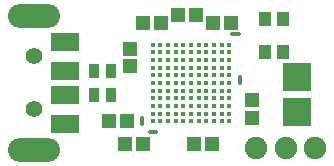
<source format=gts>
G04 #@! TF.FileFunction,Soldermask,Top*
%FSLAX46Y46*%
G04 Gerber Fmt 4.6, Leading zero omitted, Abs format (unit mm)*
G04 Created by KiCad (PCBNEW 4.0.4-stable) date 11/24/16 00:35:13*
%MOMM*%
%LPD*%
G01*
G04 APERTURE LIST*
%ADD10C,0.100000*%
%ADD11C,0.300000*%
%ADD12R,1.150000X1.200000*%
%ADD13O,4.400000X2.000000*%
%ADD14C,1.400000*%
%ADD15R,2.400000X1.600000*%
%ADD16C,0.400000*%
%ADD17R,2.400000X2.400000*%
%ADD18R,1.200000X1.150000*%
%ADD19C,1.900000*%
%ADD20R,0.900000X1.300000*%
%ADD21R,1.100000X1.150000*%
G04 APERTURE END LIST*
D10*
D11*
X120150000Y-106500000D02*
X120150000Y-107000000D01*
X119475000Y-102850000D02*
X120025000Y-102850000D01*
X113000000Y-111150000D02*
X112500000Y-111150000D01*
X111850000Y-110000000D02*
X111850000Y-110500000D01*
D12*
X110800000Y-105600000D03*
X110800000Y-104100000D03*
D13*
X102700000Y-112700000D03*
D14*
X102700000Y-109250000D03*
D15*
X105300000Y-110500000D03*
X105300000Y-108000000D03*
X105300000Y-106000000D03*
X105300000Y-103500000D03*
D14*
X102700000Y-104750000D03*
D13*
X102700000Y-101300000D03*
D16*
X112750000Y-103750000D03*
X113400000Y-103750000D03*
X114050000Y-103750000D03*
X114700000Y-103750000D03*
X115350000Y-103750000D03*
X116000000Y-103750000D03*
X116650000Y-103750000D03*
X117300000Y-103750000D03*
X117950000Y-103750000D03*
X118600000Y-103750000D03*
X119250000Y-103750000D03*
X112750000Y-104400000D03*
X113400000Y-104400000D03*
X114050000Y-104400000D03*
X114700000Y-104400000D03*
X115350000Y-104400000D03*
X116000000Y-104400000D03*
X116650000Y-104400000D03*
X117300000Y-104400000D03*
X117950000Y-104400000D03*
X118600000Y-104400000D03*
X119250000Y-104400000D03*
X112750000Y-105050000D03*
X113400000Y-105050000D03*
X114050000Y-105050000D03*
X114700000Y-105050000D03*
X115350000Y-105050000D03*
X116000000Y-105050000D03*
X116650000Y-105050000D03*
X117300000Y-105050000D03*
X117950000Y-105050000D03*
X118600000Y-105050000D03*
X119250000Y-105050000D03*
X112750000Y-105700000D03*
X113400000Y-105700000D03*
X114050000Y-105700000D03*
X114700000Y-105700000D03*
X115350000Y-105700000D03*
X116000000Y-105700000D03*
X116650000Y-105700000D03*
X117300000Y-105700000D03*
X117950000Y-105700000D03*
X118600000Y-105700000D03*
X119250000Y-105700000D03*
X112750000Y-106350000D03*
X113400000Y-106350000D03*
X114050000Y-106350000D03*
X114700000Y-106350000D03*
X115350000Y-106350000D03*
X116000000Y-106350000D03*
X116650000Y-106350000D03*
X117300000Y-106350000D03*
X117950000Y-106350000D03*
X118600000Y-106350000D03*
X119250000Y-106350000D03*
X112750000Y-107000000D03*
X113400000Y-107000000D03*
X114050000Y-107000000D03*
X114700000Y-107000000D03*
X115350000Y-107000000D03*
X116000000Y-107000000D03*
X116650000Y-107000000D03*
X117300000Y-107000000D03*
X117950000Y-107000000D03*
X118600000Y-107000000D03*
X119250000Y-107000000D03*
X112750000Y-107650000D03*
X113400000Y-107650000D03*
X114050000Y-107650000D03*
X114700000Y-107650000D03*
X115350000Y-107650000D03*
X116000000Y-107650000D03*
X116650000Y-107650000D03*
X117300000Y-107650000D03*
X117950000Y-107650000D03*
X118600000Y-107650000D03*
X119250000Y-107650000D03*
X112750000Y-108300000D03*
X113400000Y-108300000D03*
X114050000Y-108300000D03*
X114700000Y-108300000D03*
X115350000Y-108300000D03*
X116000000Y-108300000D03*
X116650000Y-108300000D03*
X117300000Y-108300000D03*
X117950000Y-108300000D03*
X118600000Y-108300000D03*
X119250000Y-108300000D03*
X112750000Y-108950000D03*
X113400000Y-108950000D03*
X114050000Y-108950000D03*
X114700000Y-108950000D03*
X115350000Y-108950000D03*
X116000000Y-108950000D03*
X116650000Y-108950000D03*
X117300000Y-108950000D03*
X117950000Y-108950000D03*
X118600000Y-108950000D03*
X119250000Y-108950000D03*
X112750000Y-109600000D03*
X113400000Y-109600000D03*
X114050000Y-109600000D03*
X114700000Y-109600000D03*
X115350000Y-109600000D03*
X116000000Y-109600000D03*
X116650000Y-109600000D03*
X117300000Y-109600000D03*
X117950000Y-109600000D03*
X118600000Y-109600000D03*
X119250000Y-109600000D03*
X112750000Y-110250000D03*
X113400000Y-110250000D03*
X114050000Y-110250000D03*
X114700000Y-110250000D03*
X115350000Y-110250000D03*
X116000000Y-110250000D03*
X116650000Y-110250000D03*
X117300000Y-110250000D03*
X117950000Y-110250000D03*
X118600000Y-110250000D03*
X119250000Y-110250000D03*
D17*
X125000000Y-109500000D03*
X125000000Y-106500000D03*
D18*
X111950000Y-112200000D03*
X110450000Y-112200000D03*
X116250000Y-112200000D03*
X117750000Y-112200000D03*
X117900000Y-101900000D03*
X119400000Y-101900000D03*
X114915000Y-101240000D03*
X116415000Y-101240000D03*
X113450000Y-101900000D03*
X111950000Y-101900000D03*
D12*
X121200000Y-109950000D03*
X121200000Y-108450000D03*
D19*
X121500000Y-112500000D03*
X124000000Y-112500000D03*
X126500000Y-112500000D03*
D18*
X110550000Y-110200000D03*
X109050000Y-110200000D03*
D20*
X109250000Y-106000000D03*
X107750000Y-106000000D03*
X109250000Y-108000000D03*
X107750000Y-108000000D03*
D21*
X122250000Y-104375000D03*
X123750000Y-104375000D03*
X122250000Y-101625000D03*
X123750000Y-101625000D03*
M02*

</source>
